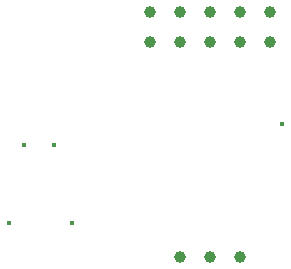
<source format=gbr>
%TF.GenerationSoftware,KiCad,Pcbnew,6.0.11+dfsg-1*%
%TF.CreationDate,2024-02-21T10:46:44+01:00*%
%TF.ProjectId,Nehari_Chauveliere_kicad_TMS,4e656861-7269-45f4-9368-617576656c69,rev?*%
%TF.SameCoordinates,Original*%
%TF.FileFunction,Plated,1,2,PTH,Drill*%
%TF.FilePolarity,Positive*%
%FSLAX46Y46*%
G04 Gerber Fmt 4.6, Leading zero omitted, Abs format (unit mm)*
G04 Created by KiCad (PCBNEW 6.0.11+dfsg-1) date 2024-02-21 10:46:44*
%MOMM*%
%LPD*%
G01*
G04 APERTURE LIST*
%TA.AperFunction,ViaDrill*%
%ADD10C,0.400000*%
%TD*%
%TA.AperFunction,ComponentDrill*%
%ADD11C,1.000000*%
%TD*%
G04 APERTURE END LIST*
D10*
X157480000Y-87630000D03*
X158750000Y-81026000D03*
X161292549Y-81032049D03*
X162809701Y-87634299D03*
X180594000Y-79248000D03*
D11*
%TO.C,J1*%
X169392600Y-69773800D03*
X169392600Y-72313800D03*
X171932600Y-69773800D03*
X171932600Y-72313800D03*
%TO.C,J2*%
X171932600Y-90474800D03*
%TO.C,J1*%
X174472600Y-69773800D03*
X174472600Y-72313800D03*
%TO.C,J2*%
X174472600Y-90474800D03*
%TO.C,J1*%
X177012600Y-69773800D03*
X177012600Y-72313800D03*
%TO.C,J2*%
X177012600Y-90474800D03*
%TO.C,J1*%
X179552600Y-69773800D03*
X179552600Y-72313800D03*
M02*

</source>
